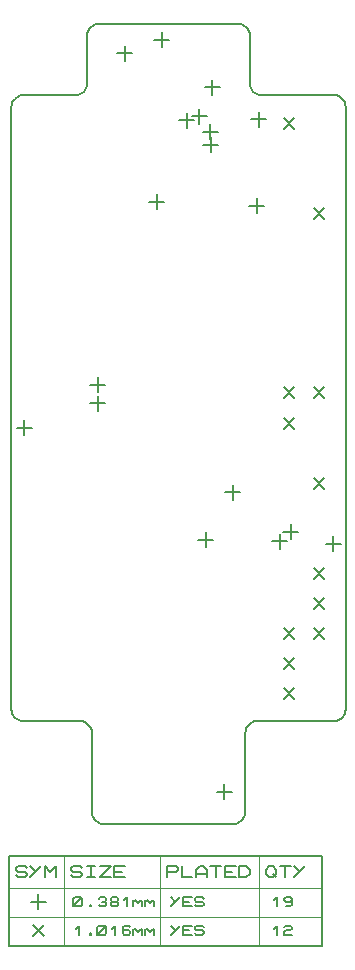
<source format=gbr>
G04 PROTEUS RS274X GERBER FILE*
%FSLAX45Y45*%
%MOMM*%
G01*
%ADD23C,0.203200*%
%ADD47C,0.127000*%
%ADD24C,0.063500*%
D23*
X-19147Y+3251440D02*
X-19147Y+3124440D01*
X-82647Y+3187940D02*
X+44353Y+3187940D01*
X-331114Y+3136388D02*
X-331114Y+3009388D01*
X-394614Y+3072888D02*
X-267614Y+3072888D01*
X-559629Y+329735D02*
X-559629Y+202735D01*
X-623129Y+266235D02*
X-496129Y+266235D01*
X-558031Y+171421D02*
X-558031Y+44421D01*
X-621531Y+107921D02*
X-494531Y+107921D01*
X+510601Y-3114664D02*
X+510601Y-3241664D01*
X+447101Y-3178164D02*
X+574101Y-3178164D01*
X+585000Y-581500D02*
X+585000Y-708500D01*
X+521500Y-645000D02*
X+648500Y-645000D01*
X+1075000Y-916500D02*
X+1075000Y-1043500D01*
X+1011500Y-980000D02*
X+1138500Y-980000D01*
X+1433952Y-1017662D02*
X+1433952Y-1144662D01*
X+1370452Y-1081162D02*
X+1497452Y-1081162D01*
X+411562Y+2846938D02*
X+411562Y+2719938D01*
X+348062Y+2783438D02*
X+475062Y+2783438D01*
X+980000Y-996500D02*
X+980000Y-1123500D01*
X+916500Y-1060000D02*
X+1043500Y-1060000D01*
X+353233Y-983695D02*
X+353233Y-1110695D01*
X+289733Y-1047195D02*
X+416733Y-1047195D01*
X+300379Y+2603879D02*
X+300379Y+2476879D01*
X+236879Y+2540379D02*
X+363879Y+2540379D01*
X+805599Y+2575375D02*
X+805599Y+2448375D01*
X+742099Y+2511875D02*
X+869099Y+2511875D01*
X+396650Y+2363500D02*
X+396650Y+2236500D01*
X+333150Y+2300000D02*
X+460150Y+2300000D01*
X+393797Y+2473099D02*
X+393797Y+2346099D01*
X+330297Y+2409599D02*
X+457297Y+2409599D01*
X+195000Y+2568500D02*
X+195000Y+2441500D01*
X+131500Y+2505000D02*
X+258500Y+2505000D01*
X+788333Y+1845126D02*
X+788333Y+1718126D01*
X+724833Y+1781626D02*
X+851833Y+1781626D01*
X-61578Y+1878500D02*
X-61578Y+1751500D01*
X-125078Y+1815000D02*
X+1922Y+1815000D01*
X-1180000Y-36500D02*
X-1180000Y-163500D01*
X-1243500Y-100000D02*
X-1116500Y-100000D01*
X+1270099Y-525099D02*
X+1359901Y-614901D01*
X+1270099Y-614901D02*
X+1359901Y-525099D01*
X+1015099Y-15099D02*
X+1104901Y-104901D01*
X+1015099Y-104901D02*
X+1104901Y-15099D01*
X+1015099Y-2050099D02*
X+1104901Y-2139901D01*
X+1015099Y-2139901D02*
X+1104901Y-2050099D01*
X+1015099Y-1795099D02*
X+1104901Y-1884901D01*
X+1015099Y-1884901D02*
X+1104901Y-1795099D01*
X+1015099Y-2305099D02*
X+1104901Y-2394901D01*
X+1015099Y-2394901D02*
X+1104901Y-2305099D01*
X+1015099Y+2524901D02*
X+1104901Y+2435099D01*
X+1015099Y+2435099D02*
X+1104901Y+2524901D01*
X+1270099Y+1759901D02*
X+1359901Y+1670099D01*
X+1270099Y+1670099D02*
X+1359901Y+1759901D01*
X+1015099Y+244901D02*
X+1104901Y+155099D01*
X+1015099Y+155099D02*
X+1104901Y+244901D01*
X+1270099Y+244901D02*
X+1359901Y+155099D01*
X+1270099Y+155099D02*
X+1359901Y+244901D01*
X+1270099Y-1540099D02*
X+1359901Y-1629901D01*
X+1270099Y-1629901D02*
X+1359901Y-1540099D01*
X+1270099Y-1285099D02*
X+1359901Y-1374901D01*
X+1270099Y-1374901D02*
X+1359901Y-1285099D01*
X+1270099Y-1795099D02*
X+1359901Y-1884901D01*
X+1270099Y-1884901D02*
X+1359901Y-1795099D01*
X-610000Y-3352045D02*
X-608010Y-3372492D01*
X-602285Y-3391400D01*
X-581094Y-3423139D01*
X-549356Y-3444330D01*
X-530447Y-3450055D01*
X-510000Y-3452045D01*
X-610000Y-3352045D02*
X-610000Y-2682045D01*
X-611990Y-2661598D01*
X-617715Y-2642690D01*
X-638906Y-2610951D01*
X-670644Y-2589760D01*
X-689553Y-2584035D01*
X-710000Y-2582045D01*
X-1190000Y-2582045D01*
X-1290000Y-2482045D02*
X-1288010Y-2502492D01*
X-1282285Y-2521400D01*
X-1261094Y-2553139D01*
X-1229356Y-2574330D01*
X-1210447Y-2580055D01*
X-1190000Y-2582045D01*
X-1290000Y-2482045D02*
X-1290000Y+2617964D01*
X-1288010Y+2638411D01*
X-1282285Y+2657319D01*
X-1261094Y+2689058D01*
X-1229356Y+2710249D01*
X-1210447Y+2715974D01*
X-1190000Y+2717964D01*
X-750000Y+2717964D01*
X-650000Y+2817964D02*
X-651990Y+2797517D01*
X-657715Y+2778609D01*
X-678906Y+2746870D01*
X-710644Y+2725679D01*
X-729553Y+2719954D01*
X-750000Y+2717964D01*
X-650000Y+2817964D02*
X-650000Y+3218300D01*
X-648010Y+3238747D01*
X-642285Y+3257655D01*
X-621094Y+3289394D01*
X-589356Y+3310585D01*
X-570447Y+3316310D01*
X-550000Y+3318300D01*
X+630000Y+3318300D01*
X+730000Y+3218300D02*
X+728010Y+3238747D01*
X+722285Y+3257655D01*
X+701094Y+3289394D01*
X+669356Y+3310585D01*
X+650447Y+3316310D01*
X+630000Y+3318300D01*
X+730000Y+3218300D02*
X+730000Y+2817964D01*
X+731990Y+2797517D01*
X+737715Y+2778609D01*
X+758906Y+2746870D01*
X+790644Y+2725679D01*
X+809553Y+2719954D01*
X+830000Y+2717964D01*
X+1440000Y+2717964D01*
X+1540000Y+2617964D02*
X+1538010Y+2638411D01*
X+1532285Y+2657319D01*
X+1511094Y+2689058D01*
X+1479356Y+2710249D01*
X+1460447Y+2715974D01*
X+1440000Y+2717964D01*
X+1540000Y+2617964D02*
X+1540000Y-2482045D01*
X+1538010Y-2502492D01*
X+1532285Y-2521400D01*
X+1511094Y-2553139D01*
X+1479356Y-2574330D01*
X+1460447Y-2580055D01*
X+1440000Y-2582045D01*
X+790000Y-2582045D01*
X+690000Y-2682045D02*
X+691990Y-2661598D01*
X+697715Y-2642690D01*
X+718906Y-2610951D01*
X+750644Y-2589760D01*
X+769553Y-2584035D01*
X+790000Y-2582045D01*
X+690000Y-2682045D02*
X+690000Y-3352045D01*
X+688010Y-3372492D01*
X+682285Y-3391400D01*
X+661094Y-3423139D01*
X+629356Y-3444330D01*
X+610447Y-3450055D01*
X+590000Y-3452045D01*
X+302500Y-3452045D01*
X-222500Y-3452045D02*
X-510000Y-3452045D01*
X+302500Y-3452045D02*
X-222500Y-3452045D01*
D47*
X-1309050Y-4487095D02*
X+1335090Y-4487095D01*
X+1335090Y-3725095D01*
X-1309050Y-3725095D01*
X-1309050Y-4487095D01*
D24*
X-841688Y-3725095D02*
X-841688Y-4487095D01*
X-28888Y-3725095D02*
X-28888Y-4487095D01*
X+804232Y-3725095D02*
X+804232Y-4487095D01*
X-1309050Y-3998145D02*
X+1335090Y-3998145D01*
X-1309050Y-4239445D02*
X+1335090Y-4239445D01*
D47*
X-1251900Y-3888925D02*
X-1236660Y-3904165D01*
X-1175700Y-3904165D01*
X-1160460Y-3888925D01*
X-1160460Y-3873685D01*
X-1175700Y-3858445D01*
X-1236660Y-3858445D01*
X-1251900Y-3843205D01*
X-1251900Y-3827965D01*
X-1236660Y-3812725D01*
X-1175700Y-3812725D01*
X-1160460Y-3827965D01*
X-1038540Y-3812725D02*
X-1129980Y-3904165D01*
X-1129980Y-3812725D02*
X-1084260Y-3858445D01*
X-1008060Y-3904165D02*
X-1008060Y-3812725D01*
X-962340Y-3858445D01*
X-916620Y-3812725D01*
X-916620Y-3904165D01*
X-784540Y-3888925D02*
X-769300Y-3904165D01*
X-708340Y-3904165D01*
X-693100Y-3888925D01*
X-693100Y-3873685D01*
X-708340Y-3858445D01*
X-769300Y-3858445D01*
X-784540Y-3843205D01*
X-784540Y-3827965D01*
X-769300Y-3812725D01*
X-708340Y-3812725D01*
X-693100Y-3827965D01*
X-647380Y-3812725D02*
X-586420Y-3812725D01*
X-616900Y-3812725D02*
X-616900Y-3904165D01*
X-647380Y-3904165D02*
X-586420Y-3904165D01*
X-540700Y-3812725D02*
X-449260Y-3812725D01*
X-540700Y-3904165D01*
X-449260Y-3904165D01*
X-327340Y-3904165D02*
X-418780Y-3904165D01*
X-418780Y-3812725D01*
X-327340Y-3812725D01*
X-418780Y-3858445D02*
X-357820Y-3858445D01*
X+28260Y-3904165D02*
X+28260Y-3812725D01*
X+104460Y-3812725D01*
X+119700Y-3827965D01*
X+119700Y-3843205D01*
X+104460Y-3858445D01*
X+28260Y-3858445D01*
X+150180Y-3812725D02*
X+150180Y-3904165D01*
X+241620Y-3904165D01*
X+272100Y-3904165D02*
X+272100Y-3843205D01*
X+302580Y-3812725D01*
X+333060Y-3812725D01*
X+363540Y-3843205D01*
X+363540Y-3904165D01*
X+272100Y-3873685D02*
X+363540Y-3873685D01*
X+394020Y-3812725D02*
X+485460Y-3812725D01*
X+439740Y-3812725D02*
X+439740Y-3904165D01*
X+607380Y-3904165D02*
X+515940Y-3904165D01*
X+515940Y-3812725D01*
X+607380Y-3812725D01*
X+515940Y-3858445D02*
X+576900Y-3858445D01*
X+637860Y-3904165D02*
X+637860Y-3812725D01*
X+698820Y-3812725D01*
X+729300Y-3843205D01*
X+729300Y-3873685D01*
X+698820Y-3904165D01*
X+637860Y-3904165D01*
X+861380Y-3843205D02*
X+891860Y-3812725D01*
X+922340Y-3812725D01*
X+952820Y-3843205D01*
X+952820Y-3873685D01*
X+922340Y-3904165D01*
X+891860Y-3904165D01*
X+861380Y-3873685D01*
X+861380Y-3843205D01*
X+922340Y-3873685D02*
X+952820Y-3904165D01*
X+983300Y-3812725D02*
X+1074740Y-3812725D01*
X+1029020Y-3812725D02*
X+1029020Y-3904165D01*
X+1196660Y-3812725D02*
X+1105220Y-3904165D01*
X+1105220Y-3812725D02*
X+1150940Y-3858445D01*
D23*
X-1062670Y-4048945D02*
X-1062670Y-4175945D01*
X-1126170Y-4112445D02*
X-999170Y-4112445D01*
D47*
X-765490Y-4137845D02*
X-765490Y-4087045D01*
X-752790Y-4074345D01*
X-701990Y-4074345D01*
X-689290Y-4087045D01*
X-689290Y-4137845D01*
X-701990Y-4150545D01*
X-752790Y-4150545D01*
X-765490Y-4137845D01*
X-765490Y-4150545D02*
X-689290Y-4074345D01*
X-625790Y-4137845D02*
X-613090Y-4137845D01*
X-613090Y-4150545D01*
X-625790Y-4150545D01*
X-625790Y-4137845D01*
X-549590Y-4087045D02*
X-536890Y-4074345D01*
X-498790Y-4074345D01*
X-486090Y-4087045D01*
X-486090Y-4099745D01*
X-498790Y-4112445D01*
X-486090Y-4125145D01*
X-486090Y-4137845D01*
X-498790Y-4150545D01*
X-536890Y-4150545D01*
X-549590Y-4137845D01*
X-524190Y-4112445D02*
X-498790Y-4112445D01*
X-435290Y-4112445D02*
X-447990Y-4099745D01*
X-447990Y-4087045D01*
X-435290Y-4074345D01*
X-397190Y-4074345D01*
X-384490Y-4087045D01*
X-384490Y-4099745D01*
X-397190Y-4112445D01*
X-435290Y-4112445D01*
X-447990Y-4125145D01*
X-447990Y-4137845D01*
X-435290Y-4150545D01*
X-397190Y-4150545D01*
X-384490Y-4137845D01*
X-384490Y-4125145D01*
X-397190Y-4112445D01*
X-333690Y-4099745D02*
X-308290Y-4074345D01*
X-308290Y-4150545D01*
X-257490Y-4150545D02*
X-257490Y-4099745D01*
X-257490Y-4112445D02*
X-244790Y-4099745D01*
X-219390Y-4125145D01*
X-193990Y-4099745D01*
X-181290Y-4112445D01*
X-181290Y-4150545D01*
X-155890Y-4150545D02*
X-155890Y-4099745D01*
X-155890Y-4112445D02*
X-143190Y-4099745D01*
X-117790Y-4125145D01*
X-92390Y-4099745D01*
X-79690Y-4112445D01*
X-79690Y-4150545D01*
X+136210Y-4074345D02*
X+60010Y-4150545D01*
X+60010Y-4074345D02*
X+98110Y-4112445D01*
X+237810Y-4150545D02*
X+161610Y-4150545D01*
X+161610Y-4074345D01*
X+237810Y-4074345D01*
X+161610Y-4112445D02*
X+212410Y-4112445D01*
X+263210Y-4137845D02*
X+275910Y-4150545D01*
X+326710Y-4150545D01*
X+339410Y-4137845D01*
X+339410Y-4125145D01*
X+326710Y-4112445D01*
X+275910Y-4112445D01*
X+263210Y-4099745D01*
X+263210Y-4087045D01*
X+275910Y-4074345D01*
X+326710Y-4074345D01*
X+339410Y-4087045D01*
X+931230Y-4099745D02*
X+956630Y-4074345D01*
X+956630Y-4150545D01*
X+1083630Y-4099745D02*
X+1070930Y-4112445D01*
X+1032830Y-4112445D01*
X+1020130Y-4099745D01*
X+1020130Y-4087045D01*
X+1032830Y-4074345D01*
X+1070930Y-4074345D01*
X+1083630Y-4087045D01*
X+1083630Y-4137845D01*
X+1070930Y-4150545D01*
X+1032830Y-4150545D01*
D23*
X-1107571Y-4308844D02*
X-1017769Y-4398646D01*
X-1107571Y-4398646D02*
X-1017769Y-4308844D01*
D47*
X-740090Y-4341045D02*
X-714690Y-4315645D01*
X-714690Y-4391845D01*
X-625790Y-4379145D02*
X-613090Y-4379145D01*
X-613090Y-4391845D01*
X-625790Y-4391845D01*
X-625790Y-4379145D01*
X-562290Y-4379145D02*
X-562290Y-4328345D01*
X-549590Y-4315645D01*
X-498790Y-4315645D01*
X-486090Y-4328345D01*
X-486090Y-4379145D01*
X-498790Y-4391845D01*
X-549590Y-4391845D01*
X-562290Y-4379145D01*
X-562290Y-4391845D02*
X-486090Y-4315645D01*
X-435290Y-4341045D02*
X-409890Y-4315645D01*
X-409890Y-4391845D01*
X-282890Y-4328345D02*
X-295590Y-4315645D01*
X-333690Y-4315645D01*
X-346390Y-4328345D01*
X-346390Y-4379145D01*
X-333690Y-4391845D01*
X-295590Y-4391845D01*
X-282890Y-4379145D01*
X-282890Y-4366445D01*
X-295590Y-4353745D01*
X-346390Y-4353745D01*
X-257490Y-4391845D02*
X-257490Y-4341045D01*
X-257490Y-4353745D02*
X-244790Y-4341045D01*
X-219390Y-4366445D01*
X-193990Y-4341045D01*
X-181290Y-4353745D01*
X-181290Y-4391845D01*
X-155890Y-4391845D02*
X-155890Y-4341045D01*
X-155890Y-4353745D02*
X-143190Y-4341045D01*
X-117790Y-4366445D01*
X-92390Y-4341045D01*
X-79690Y-4353745D01*
X-79690Y-4391845D01*
X+136210Y-4315645D02*
X+60010Y-4391845D01*
X+60010Y-4315645D02*
X+98110Y-4353745D01*
X+237810Y-4391845D02*
X+161610Y-4391845D01*
X+161610Y-4315645D01*
X+237810Y-4315645D01*
X+161610Y-4353745D02*
X+212410Y-4353745D01*
X+263210Y-4379145D02*
X+275910Y-4391845D01*
X+326710Y-4391845D01*
X+339410Y-4379145D01*
X+339410Y-4366445D01*
X+326710Y-4353745D01*
X+275910Y-4353745D01*
X+263210Y-4341045D01*
X+263210Y-4328345D01*
X+275910Y-4315645D01*
X+326710Y-4315645D01*
X+339410Y-4328345D01*
X+931230Y-4341045D02*
X+956630Y-4315645D01*
X+956630Y-4391845D01*
X+1020130Y-4328345D02*
X+1032830Y-4315645D01*
X+1070930Y-4315645D01*
X+1083630Y-4328345D01*
X+1083630Y-4341045D01*
X+1070930Y-4353745D01*
X+1032830Y-4353745D01*
X+1020130Y-4366445D01*
X+1020130Y-4391845D01*
X+1083630Y-4391845D01*
M02*

</source>
